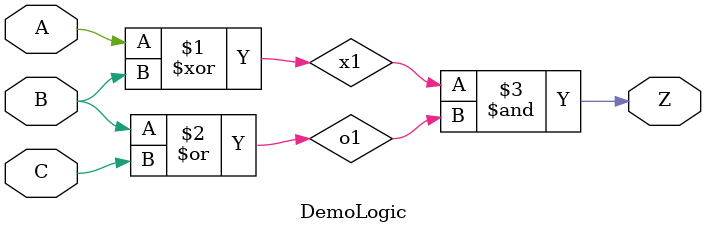
<source format=v>
module DemoLogic (
    input wire A,
    input wire B,
    input wire C,
    output wire Z
);

    wire x1;
    wire o1;

    assign x1 = A ^ B;    // XOR gate
    assign o1 = B | C;    // OR gate
    assign Z  = x1 & o1;  // AND gate

endmodule


</source>
